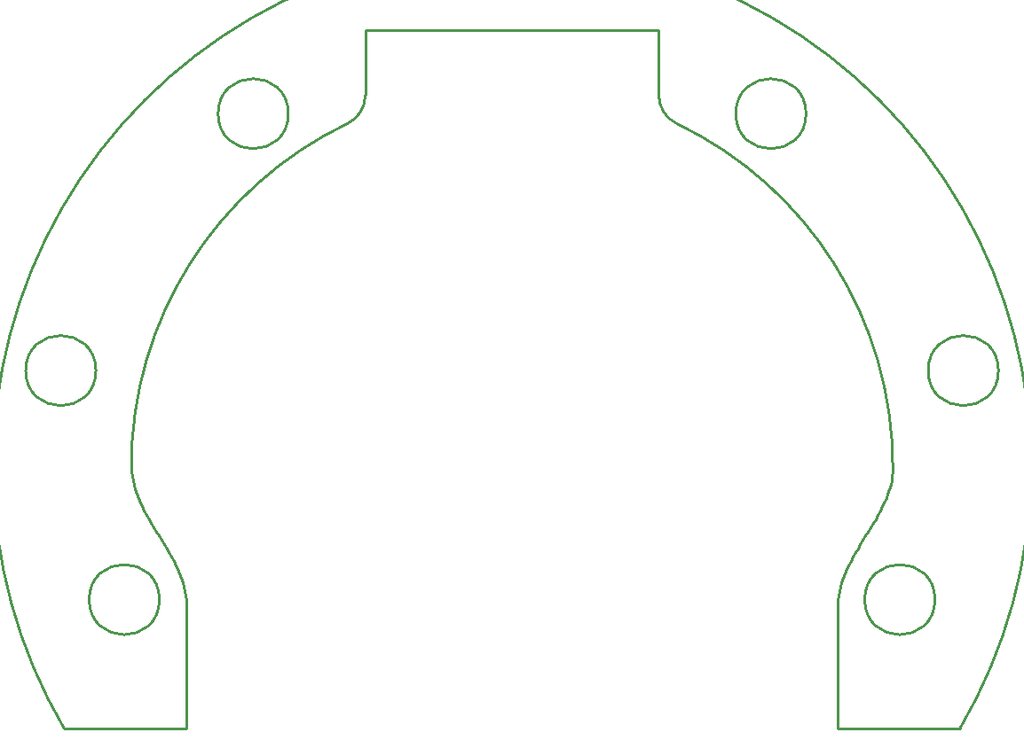
<source format=gbr>
G04 #@! TF.GenerationSoftware,KiCad,Pcbnew,8.0.7*
G04 #@! TF.CreationDate,2024-12-09T10:58:11-05:00*
G04 #@! TF.ProjectId,template,74656d70-6c61-4746-952e-6b696361645f,rev?*
G04 #@! TF.SameCoordinates,Original*
G04 #@! TF.FileFunction,OtherDrawing,Comment*
%FSLAX46Y46*%
G04 Gerber Fmt 4.6, Leading zero omitted, Abs format (unit mm)*
G04 Created by KiCad (PCBNEW 8.0.7) date 2024-12-09 10:58:11*
%MOMM*%
%LPD*%
G01*
G04 APERTURE LIST*
%ADD10C,0.250000*%
G04 APERTURE END LIST*
D10*
X162116585Y-64587705D02*
G75*
G02*
X182743307Y-97348595I-15703285J-32760895D01*
G01*
X115326610Y-122418595D02*
X115326610Y-110581404D01*
X162116585Y-64587705D02*
G75*
G02*
X160413309Y-61882429I1296615J2705205D01*
G01*
X115326610Y-110581404D02*
X115311568Y-110139508D01*
X115267725Y-109703104D01*
X115196999Y-109271825D01*
X115101311Y-108845305D01*
X114982582Y-108423177D01*
X114842730Y-108005076D01*
X114683677Y-107590635D01*
X114507343Y-107179489D01*
X114315648Y-106771272D01*
X114110511Y-106365617D01*
X113893853Y-105962158D01*
X113667595Y-105560530D01*
X113433656Y-105160366D01*
X113193957Y-104761300D01*
X112950417Y-104362967D01*
X112704957Y-103964999D01*
X112459497Y-103567031D01*
X112215957Y-103168698D01*
X111976258Y-102769632D01*
X111742319Y-102369468D01*
X111516061Y-101967840D01*
X111299403Y-101564381D01*
X111094266Y-101158726D01*
X110902571Y-100750509D01*
X110726237Y-100339363D01*
X110567184Y-99924922D01*
X110427332Y-99506821D01*
X110308603Y-99084693D01*
X110212915Y-98658173D01*
X110142189Y-98226894D01*
X110098346Y-97790490D01*
X110083305Y-97348595D01*
X177500000Y-122418595D02*
X177500000Y-110581404D01*
X186763305Y-110068595D02*
G75*
G02*
X180063305Y-110068595I-3350000J0D01*
G01*
X180063305Y-110068595D02*
G75*
G02*
X186763305Y-110068595I3350000J0D01*
G01*
X110083305Y-97348595D02*
G75*
G02*
X130710028Y-64587712I36329995J-5D01*
G01*
X132413305Y-61882429D02*
G75*
G02*
X130710039Y-64587735I-3000105J29D01*
G01*
X160413305Y-61882429D02*
X160413305Y-55688595D01*
X132413305Y-55688595D02*
X132413305Y-61882429D01*
X112763305Y-110068595D02*
G75*
G02*
X106063305Y-110068595I-3350000J0D01*
G01*
X106063305Y-110068595D02*
G75*
G02*
X112763305Y-110068595I3350000J0D01*
G01*
X115326610Y-122418595D02*
X103696610Y-122418595D01*
X174463305Y-63648595D02*
G75*
G02*
X167763305Y-63648595I-3350000J0D01*
G01*
X167763305Y-63648595D02*
G75*
G02*
X174463305Y-63648595I3350000J0D01*
G01*
X106706783Y-88188785D02*
G75*
G02*
X100006783Y-88188785I-3350000J0D01*
G01*
X100006783Y-88188785D02*
G75*
G02*
X106706783Y-88188785I3350000J0D01*
G01*
X192819827Y-88188785D02*
G75*
G02*
X186119827Y-88188785I-3350000J0D01*
G01*
X186119827Y-88188785D02*
G75*
G02*
X192819827Y-88188785I3350000J0D01*
G01*
X177500000Y-122418595D02*
X189130000Y-122418595D01*
X103696610Y-122418595D02*
G75*
G02*
X189130000Y-122418595I42716695J25070000D01*
G01*
X132413305Y-55688595D02*
X160413305Y-55688595D01*
X177500000Y-110581404D02*
X177515041Y-110139508D01*
X177558884Y-109703104D01*
X177629610Y-109271825D01*
X177725298Y-108845305D01*
X177844027Y-108423177D01*
X177983879Y-108005076D01*
X178142932Y-107590635D01*
X178319266Y-107179489D01*
X178510961Y-106771272D01*
X178716098Y-106365617D01*
X178932756Y-105962158D01*
X179159014Y-105560530D01*
X179392953Y-105160366D01*
X179632652Y-104761300D01*
X179876192Y-104362967D01*
X180121652Y-103964999D01*
X180367112Y-103567031D01*
X180610652Y-103168698D01*
X180850351Y-102769632D01*
X181084290Y-102369468D01*
X181310548Y-101967840D01*
X181527206Y-101564381D01*
X181732343Y-101158726D01*
X181924038Y-100750509D01*
X182100372Y-100339363D01*
X182259425Y-99924922D01*
X182399277Y-99506821D01*
X182518006Y-99084693D01*
X182613694Y-98658173D01*
X182684420Y-98226894D01*
X182728263Y-97790490D01*
X182743305Y-97348595D01*
X125063305Y-63648595D02*
G75*
G02*
X118363305Y-63648595I-3350000J0D01*
G01*
X118363305Y-63648595D02*
G75*
G02*
X125063305Y-63648595I3350000J0D01*
G01*
M02*

</source>
